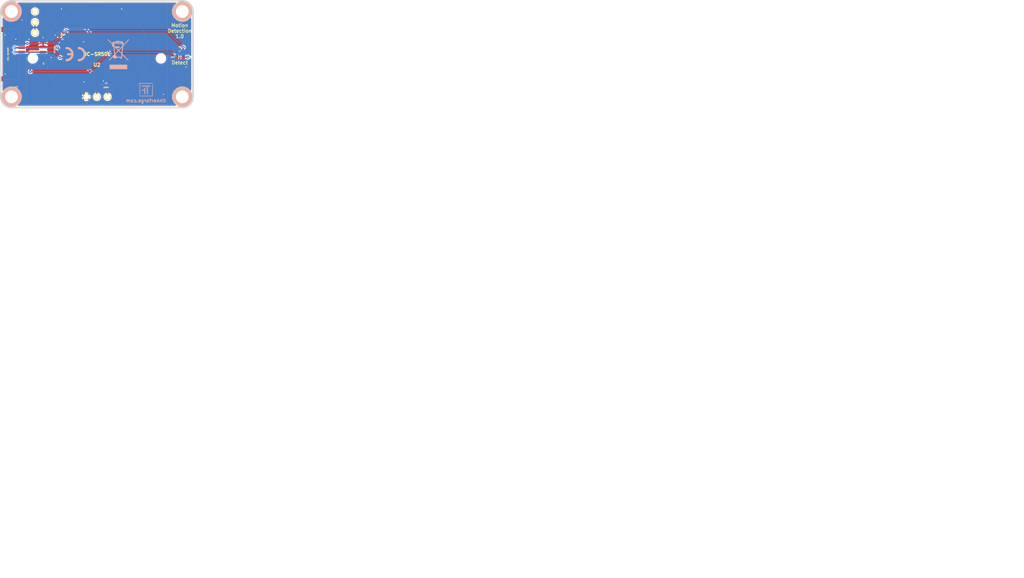
<source format=kicad_pcb>
(kicad_pcb (version 3) (host pcbnew "(2014-06-08 BZR 4933)-product")
  (title_block (title "Motion Detector Bricklet") (rev 1.0) (company "Tinkerforge GmbH") (comment 1 "Licensed under CERN OHL v.1.1") (comment 2 "Copyright (©) 2013, B.Nordmeyer <bastian@tinkerforge.com>"))
  (layers (15 Vorderseite signal) (0 Rückseite signal) (18 B.Paste user) (19 F.Paste user) (20 B.SilkS user) (21 F.SilkS user) (22 B.Mask user) (23 F.Mask user) (28 Edge.Cuts user))
  (net 0 "")
  (net 1 +5V)
  (net 2 GND)
  (net 3 N-0000010)
  (net 4 N-0000013)
  (net 5 N-0000014)
  (net 6 N-000002)
  (net 7 N-000003)
  (net 8 N-000007)
  (net 9 N-000009)
  (net 10 VCC)
  (module DRILL_NP (layer Vorderseite) (at 85.4 32.3)
    (fp_text reference U3 hide)
    (fp_text value DRILL hide)
    (pad "" thru_hole circle (at 0 0) (size 2.99974 2.99974) (drill 2.99974) (layers *.Cu *.SilkS *.Mask) (clearance 0.89916))
  )
  (module DRILL_NP (layer Vorderseite) (at 45.4 52.3)
    (fp_text reference U4 hide)
    (fp_text value DRILL hide)
    (pad "" thru_hole circle (at 0 0) (size 2.99974 2.99974) (drill 2.99974) (layers *.Cu *.SilkS *.Mask) (clearance 0.89916))
  )
  (module DRILL_NP (layer Vorderseite) (at 45.4 32.3)
    (fp_text reference U6 hide)
    (fp_text value DRILL hide)
    (pad "" thru_hole circle (at 0 0) (size 2.99974 2.99974) (drill 2.99974) (layers *.Cu *.SilkS *.Mask) (clearance 0.89916))
  )
  (module DRILL_NP (layer Vorderseite) (at 85.4 52.3)
    (fp_text reference U5 hide)
    (fp_text value DRILL hide)
    (pad "" thru_hole circle (at 0 0) (size 2.99974 2.99974) (drill 2.99974) (layers *.Cu *.SilkS *.Mask) (clearance 0.89916))
  )
  (module 0603 (layer Vorderseite) (at 67.6 50.1)
    (fp_text reference C2 (at 0 -1.00076) (layer F.SilkS) (effects (font (size 0.29972 0.29972) (thickness 0.0762))))
    (fp_text value 100nF (at 0 0) (layer F.SilkS) (effects (font (size 0.29972 0.29972) (thickness 0.0762))))
    (pad 1 smd rect (at -0.8001 0) (size 0.8001 0.8001) (layers Vorderseite F.Paste F.Mask) (net 2 GND))
    (pad 2 smd rect (at 0.8001 0) (size 0.8001 0.8001) (layers Vorderseite F.Paste F.Mask) (net 1 +5V))
  )
  (module 0603 (layer Vorderseite) (at 84.8 41.6)
    (fp_text reference R1 (at 0 -1.00076) (layer F.SilkS) (effects (font (size 0.29972 0.29972) (thickness 0.0762))))
    (fp_text value 1k (at 0 0) (layer F.SilkS) (effects (font (size 0.29972 0.29972) (thickness 0.0762))))
    (pad 1 smd rect (at -0.8001 0) (size 0.8001 0.8001) (layers Vorderseite F.Paste F.Mask) (net 3 N-0000010))
    (pad 2 smd rect (at 0.8001 0) (size 0.8001 0.8001) (layers Vorderseite F.Paste F.Mask) (net 10 VCC))
  )
  (module 0603 (layer Vorderseite) (at 57.4 37.8 180)
    (fp_text reference C1 (at 0 -1.00076 180) (layer F.SilkS) (effects (font (size 0.29972 0.29972) (thickness 0.0762))))
    (fp_text value 100nF (at 0 0 180) (layer F.SilkS) (effects (font (size 0.29972 0.29972) (thickness 0.0762))))
    (pad 1 smd rect (at -0.8001 0 180) (size 0.8001 0.8001) (layers Vorderseite F.Paste F.Mask) (net 10 VCC))
    (pad 2 smd rect (at 0.8001 0 180) (size 0.8001 0.8001) (layers Vorderseite F.Paste F.Mask) (net 2 GND))
  )
  (module D0603 (layer Vorderseite) (at 84.8 43)
    (fp_text reference D1 (at -1.82626 0.0254) (layer F.SilkS) (effects (font (size 0.29972 0.29972) (thickness 0.0762))))
    (fp_text value LED (at 0.07366 -0.0762) (layer F.SilkS) (effects (font (size 0.29972 0.29972) (thickness 0.0762))))
    (pad 1 smd rect (at -0.8001 0) (size 0.8001 0.8001) (layers Vorderseite F.Paste F.Mask) (net 3 N-0000010))
    (pad 2 smd rect (at 0.8001 0) (size 0.8001 0.8001) (layers Vorderseite F.Paste F.Mask) (net 9 N-000009))
  )
  (module WEEE_7mm (layer Rückseite) (at 70.4 42.3)
    (fp_text reference VAL hide)
    (fp_text value WEEE_7mm hide)
  )
  (module CE_5mm (layer Rückseite) (at 60.4 42.3 180)
    (fp_text reference VAL hide)
    (fp_text value CE_5mm hide)
  )
  (module Fiducial_Mark (layer Vorderseite) (at 50.4 52.3)
    (fp_text reference Fiducial_Mark hide)
    (fp_text value VAL** hide)
    (pad 1 smd circle (at 0 0) (size 1.00076 1.00076) (layers Vorderseite F.Mask) (clearance 0.65024))
  )
  (module Fiducial_Mark (layer Vorderseite) (at 80.4 32.3)
    (fp_text reference Fiducial_Mark hide)
    (fp_text value VAL** hide)
    (pad 1 smd circle (at 0 0) (size 1.00076 1.00076) (layers Vorderseite F.Mask) (clearance 0.65024))
  )
  (module Logo_31x31m (layer Rückseite) (at 75.35 49.05)
    (fp_text reference G*** hide)
    (fp_text value LOGO hide)
  )
  (module tinkerforge:SOIC8 (layer Vorderseite) (at 55.5 41.2 270)
    (fp_text reference U1 (at 3.29946 2.60096 270) (layer F.SilkS) (effects (font (size 0.29972 0.29972) (thickness 0.0762))))
    (fp_text value M24C64 (at 0 0 270) (layer F.SilkS) (effects (font (size 0.29972 0.29972) (thickness 0.0762))))
    (pad 1 smd rect (at -1.90246 2.69748 90) (size 0.59944 1.5494) (layers Vorderseite F.Paste F.Mask) (net 2 GND))
    (pad 2 smd rect (at -0.63246 2.69748 90) (size 0.59944 1.5494) (layers Vorderseite F.Paste F.Mask) (net 2 GND))
    (pad 3 smd rect (at 0.63246 2.69748 90) (size 0.59944 1.5494) (layers Vorderseite F.Paste F.Mask) (net 8 N-000007))
    (pad 4 smd rect (at 1.90246 2.69748 90) (size 0.59944 1.5494) (layers Vorderseite F.Paste F.Mask) (net 2 GND))
    (pad 5 smd rect (at 1.90246 -2.69748 270) (size 0.59944 1.5494) (layers Vorderseite F.Paste F.Mask) (net 5 N-0000014))
    (pad 6 smd rect (at 0.63246 -2.69748 270) (size 0.59944 1.5494) (layers Vorderseite F.Paste F.Mask) (net 4 N-0000013))
    (pad 7 smd rect (at -0.63246 -2.69748 270) (size 0.59944 1.5494) (layers Vorderseite F.Paste F.Mask))
    (pad 8 smd rect (at -1.90246 -2.69748 270) (size 0.59944 1.5494) (layers Vorderseite F.Paste F.Mask) (net 10 VCC))
  )
  (module tinkerforge:CON-SENSOR (layer Vorderseite) (at 43 42.3 270)
    (fp_text reference P1 (at 7.9502 -3.50012 270) (layer F.SilkS) (effects (font (size 0.59944 0.59944) (thickness 0.12446))))
    (fp_text value CON-SENSOR (at 0 -1.6002 270) (layer F.SilkS) (effects (font (size 0.29972 0.29972) (thickness 0.07112))))
    (pad 1 smd rect (at -4.50088 -4.7752 270) (size 0.59944 1.5494) (layers Vorderseite F.Paste F.Mask) (net 1 +5V))
    (pad 2 smd rect (at -3.50012 -4.7752 270) (size 0.59944 1.5494) (layers Vorderseite F.Paste F.Mask) (net 2 GND))
    (pad 3 smd rect (at -2.49936 -4.7752 270) (size 0.59944 1.5494) (layers Vorderseite F.Paste F.Mask) (net 10 VCC))
    (pad 4 smd rect (at -1.50114 -4.7752 270) (size 0.59944 1.5494) (layers Vorderseite F.Paste F.Mask) (net 4 N-0000013))
    (pad 5 smd rect (at -0.50038 -4.7752 270) (size 0.59944 1.5494) (layers Vorderseite F.Paste F.Mask) (net 5 N-0000014))
    (pad 6 smd rect (at 0.50038 -4.7752 270) (size 0.59944 1.5494) (layers Vorderseite F.Paste F.Mask) (net 8 N-000007))
    (pad 7 smd rect (at 1.50114 -4.7752 270) (size 0.59944 1.5494) (layers Vorderseite F.Paste F.Mask) (net 6 N-000002))
    (pad 8 smd rect (at 2.49936 -4.7752 270) (size 0.59944 1.5494) (layers Vorderseite F.Paste F.Mask) (net 9 N-000009))
    (pad 9 smd rect (at 3.50012 -4.7752 270) (size 0.59944 1.5494) (layers Vorderseite F.Paste F.Mask))
    (pad 10 smd rect (at 4.50088 -4.7752 270) (size 0.59944 1.5494) (layers Vorderseite F.Paste F.Mask))
    (pad EP smd rect (at -5.79882 -0.89916 270) (size 1.19888 1.80086) (layers Vorderseite F.Paste F.Mask) (net 2 GND))
    (pad EP smd rect (at 5.79882 -0.89916 270) (size 1.19888 1.80086) (layers Vorderseite F.Paste F.Mask) (net 2 GND))
  )
  (module tinkerforge:HC-SR501 (layer Vorderseite) (at 65.4 42.3)
    (fp_text reference U2 (at 0 2.5) (layer F.SilkS) (effects (font (size 0.8 0.8) (thickness 0.2))))
    (fp_text value HC-SR501 (at 0 0) (layer F.SilkS) (effects (font (size 0.8 0.8) (thickness 0.2))))
    (pad 1 thru_hole circle (at -14.5 -10) (size 1.5 1.5) (drill 0.9) (layers *.Cu *.Mask F.SilkS))
    (pad 2 thru_hole circle (at -14.5 -7.5) (size 1.5 1.5) (drill 0.9) (layers *.Cu *.Mask F.SilkS) (net 7 N-000003))
    (pad 3 thru_hole circle (at -14.5 -5) (size 1.5 1.5) (drill 0.9) (layers *.Cu *.Mask F.SilkS) (net 7 N-000003))
    (pad 4 thru_hole circle (at -2.5 10) (size 1.5 1.5) (drill 0.9) (layers *.Cu *.Mask F.SilkS) (net 2 GND))
    (pad 5 thru_hole circle (at 0 10) (size 1.5 1.5) (drill 0.9) (layers *.Cu *.Mask F.SilkS) (net 6 N-000002))
    (pad 6 thru_hole circle (at 2.5 10) (size 1.5 1.5) (drill 0.9) (layers *.Cu *.Mask F.SilkS) (net 1 +5V))
    (pad "" np_thru_hole circle (at 15 1) (size 2 2) (drill 2) (layers *.Cu *.Mask F.SilkS))
    (pad "" np_thru_hole circle (at -15 1) (size 2 2) (drill 2) (layers *.Cu *.Mask F.SilkS))
  )
  (gr_line (start 87.9 52.3) (end 87.9 32.3) (angle 90) (layer Edge.Cuts) (width 0.381))
  (gr_arc (start 85.4 52.3) (end 87.9 52.3) (angle 90) (layer Edge.Cuts) (width 0.381))
  (gr_arc (start 85.4 32.3) (end 85.4 29.8) (angle 90) (layer Edge.Cuts) (width 0.381))
  (gr_text Detect (at 84.8 44.3) (layer F.SilkS) (effects (font (size 0.8 0.8))))
  (gr_line (start 45.4 29.8) (end 85.3 29.8) (angle 90) (layer Edge.Cuts) (width 0.381))
  (gr_line (start 45.4 54.8) (end 85.3 54.8) (angle 90) (layer Edge.Cuts) (width 0.381))
  (gr_text "Motion\nDetection\n1.0" (at 84.8 36.85) (layer F.SilkS) (effects (font (size 0.8 0.8))))
  (gr_text tinkerforge.com (at 76.85 53.2) (layer B.SilkS) (effects (font (size 0.8 0.8)) (justify mirror)))
  (gr_line (start 42.9 32.3) (end 42.9 52.3) (angle 90) (layer Edge.Cuts) (width 0.381))
  (gr_arc (start 45.4 32.3) (end 42.9 32.3) (angle 90) (layer Edge.Cuts) (width 0.381))
  (gr_arc (start 45.4 52.3) (end 45.4 54.8) (angle 90) (layer Edge.Cuts) (width 0.381))
  (segment (start 47.7752 37.79912) (end 47.7752 37.6248) (width 0.29972) (layer Vorderseite) (net 1))
  (segment (start 68.4001 41.9001) (end 68.4001 50.1) (width 0.29972) (layer Vorderseite) (net 1))
  (segment (start 62.55 36.05) (end 68.4001 41.9001) (width 0.29972) (layer Vorderseite) (net 1))
  (segment (start 49.35 36.05) (end 62.55 36.05) (width 0.29972) (layer Vorderseite) (net 1))
  (segment (start 47.7752 37.6248) (end 49.35 36.05) (width 0.29972) (layer Vorderseite) (net 1))
  (segment (start 67.9 52.3) (end 67.9 51.2) (width 0.29972) (layer Vorderseite) (net 1))
  (segment (start 68.4001 50.6999) (end 68.4001 50.1) (width 0.29972) (layer Vorderseite) (net 1))
  (segment (start 67.9 51.2) (end 68.4001 50.6999) (width 0.29972) (layer Vorderseite) (net 1))
  (segment (start 52.80252 43.10246) (end 54.69754 43.10246) (width 0.29972) (layer Vorderseite) (net 2))
  (segment (start 62.1 39.6) (end 62.3 39.4) (width 0.29972) (layer Rückseite) (net 2))
  (via (at 62.3 39.4) (size 0.70104) (layers Vorderseite Rückseite) (net 2))
  (segment (start 56.5999 39.5999) (end 56.5999 37.8) (width 0.29972) (layer Vorderseite) (net 2))
  (via (at 56.6 39.6) (size 0.70104) (layers Vorderseite Rückseite) (net 2))
  (segment (start 56.5999 39.5999) (end 56.6 39.6) (width 0.29972) (layer Vorderseite) (net 2))
  (segment (start 56.6 39.6) (end 62.1 39.6) (width 0.29972) (layer Rückseite) (net 2))
  (segment (start 62.3 41.5) (end 62.3 39.4) (width 0.29972) (layer Rückseite) (net 2))
  (segment (start 59.6 44.2) (end 62.3 41.5) (width 0.29972) (layer Rückseite) (net 2))
  (segment (start 55.8 44.2) (end 59.6 44.2) (width 0.29972) (layer Rückseite) (net 2))
  (segment (start 54.7 43.1) (end 55.8 44.2) (width 0.29972) (layer Rückseite) (net 2))
  (via (at 54.7 43.1) (size 0.70104) (layers Vorderseite Rückseite) (net 2))
  (segment (start 54.69754 43.10246) (end 54.7 43.1) (width 0.29972) (layer Vorderseite) (net 2))
  (segment (start 81 50.4) (end 81 48) (width 0.29972) (layer Vorderseite) (net 2))
  (segment (start 74.3 34.8) (end 71.2 31.7) (width 0.29972) (layer Vorderseite) (net 2))
  (via (at 71.2 31.7) (size 0.70104) (layers Vorderseite Rückseite) (net 2))
  (segment (start 71.2 31.7) (end 57.1 31.7) (width 0.29972) (layer Rückseite) (net 2))
  (via (at 57.1 31.7) (size 0.70104) (layers Vorderseite Rückseite) (net 2))
  (segment (start 83.2 34.8) (end 74.3 34.8) (width 0.29972) (layer Vorderseite) (net 2))
  (segment (start 82.3 35.7) (end 83.2 34.8) (width 0.29972) (layer Vorderseite) (net 2))
  (segment (start 82.3 46.7) (end 82.3 35.7) (width 0.29972) (layer Vorderseite) (net 2))
  (segment (start 81 48) (end 82.3 46.7) (width 0.29972) (layer Vorderseite) (net 2))
  (segment (start 52.80252 40.56754) (end 52.80252 39.29754) (width 0.29972) (layer Vorderseite) (net 2))
  (segment (start 46.4 38.8) (end 46.4 35.8) (width 0.29972) (layer Vorderseite) (net 2))
  (via (at 47.9 34.3) (size 0.70104) (layers Vorderseite Rückseite) (net 2))
  (segment (start 46.4 35.8) (end 47.9 34.3) (width 0.29972) (layer Vorderseite) (net 2))
  (segment (start 81 51.7) (end 81 50.4) (width 0.29972) (layer Vorderseite) (net 2))
  (segment (start 81 51.7) (end 81 50.6) (width 0.29972) (layer Vorderseite) (net 2))
  (segment (start 77.9 48.6) (end 81 51.7) (width 0.29972) (layer Rückseite) (net 2))
  (via (at 81 51.7) (size 0.70104) (layers Vorderseite Rückseite) (net 2))
  (segment (start 66.9 48.6) (end 77.9 48.6) (width 0.29972) (layer Rückseite) (net 2))
  (via (at 86.3 45.3) (size 0.70104) (layers Vorderseite Rückseite) (net 2))
  (segment (start 81 50.6) (end 86.3 45.3) (width 0.29972) (layer Vorderseite) (net 2))
  (segment (start 62.9 52.3) (end 51.9 52.3) (width 0.29972) (layer Rückseite) (net 2))
  (segment (start 51.9 52.3) (end 46.5 46.9) (width 0.29972) (layer Rückseite) (net 2))
  (segment (start 46.5 46.9) (end 43.9 46.9) (width 0.29972) (layer Rückseite) (net 2))
  (segment (start 43.9 37.8) (end 43.9 46.9) (width 0.29972) (layer Rückseite) (net 2))
  (segment (start 43.89916 46.90084) (end 43.89916 48.09882) (width 0.29972) (layer Vorderseite) (net 2))
  (segment (start 43.9 46.9) (end 43.89916 46.90084) (width 0.29972) (layer Vorderseite) (net 2))
  (via (at 43.9 46.9) (size 0.70104) (layers Vorderseite Rückseite) (net 2))
  (segment (start 47.7752 38.79988) (end 46.40012 38.79988) (width 0.29972) (layer Vorderseite) (net 2))
  (segment (start 43.89916 37.79916) (end 43.89916 36.50118) (width 0.29972) (layer Vorderseite) (net 2))
  (segment (start 43.9 37.8) (end 43.89916 37.79916) (width 0.29972) (layer Vorderseite) (net 2))
  (via (at 43.9 37.8) (size 0.70104) (layers Vorderseite Rückseite) (net 2))
  (segment (start 45.4 37.8) (end 43.9 37.8) (width 0.29972) (layer Rückseite) (net 2))
  (segment (start 46.4 38.8) (end 45.4 37.8) (width 0.29972) (layer Rückseite) (net 2))
  (via (at 46.4 38.8) (size 0.70104) (layers Vorderseite Rückseite) (net 2))
  (segment (start 46.40012 38.79988) (end 46.4 38.8) (width 0.29972) (layer Vorderseite) (net 2))
  (segment (start 52.8 38.4) (end 52.6 38.4) (width 0.29972) (layer Rückseite) (net 2))
  (segment (start 49.49988 38.79988) (end 47.7752 38.79988) (width 0.29972) (layer Vorderseite) (net 2))
  (segment (start 49.5 38.8) (end 49.49988 38.79988) (width 0.29972) (layer Vorderseite) (net 2))
  (via (at 49.5 38.8) (size 0.70104) (layers Vorderseite Rückseite) (net 2))
  (segment (start 52.2 38.8) (end 49.5 38.8) (width 0.29972) (layer Rückseite) (net 2))
  (segment (start 52.6 38.4) (end 52.2 38.8) (width 0.29972) (layer Rückseite) (net 2))
  (segment (start 52.80252 39.29754) (end 52.80252 38.40252) (width 0.29972) (layer Vorderseite) (net 2))
  (segment (start 55.6 37.8) (end 56.5999 37.8) (width 0.29972) (layer Vorderseite) (net 2))
  (via (at 55.6 37.8) (size 0.70104) (layers Vorderseite Rückseite) (net 2))
  (segment (start 53.4 37.8) (end 55.6 37.8) (width 0.29972) (layer Rückseite) (net 2))
  (segment (start 52.8 38.4) (end 53.4 37.8) (width 0.29972) (layer Rückseite) (net 2))
  (via (at 52.8 38.4) (size 0.70104) (layers Vorderseite Rückseite) (net 2))
  (segment (start 52.80252 38.40252) (end 52.8 38.4) (width 0.29972) (layer Vorderseite) (net 2))
  (segment (start 66.7999 50.1) (end 66.7999 48.7001) (width 0.29972) (layer Vorderseite) (net 2))
  (segment (start 62.3999 48.8001) (end 62.3999 50.1) (width 0.29972) (layer Vorderseite) (net 2))
  (segment (start 62.4 48.8) (end 62.3999 48.8001) (width 0.29972) (layer Vorderseite) (net 2))
  (via (at 62.4 48.8) (size 0.70104) (layers Vorderseite Rückseite) (net 2))
  (segment (start 66.7 48.8) (end 62.4 48.8) (width 0.29972) (layer Rückseite) (net 2))
  (segment (start 66.9 48.6) (end 66.7 48.8) (width 0.29972) (layer Rückseite) (net 2))
  (via (at 66.9 48.6) (size 0.70104) (layers Vorderseite Rückseite) (net 2))
  (segment (start 66.7999 48.7001) (end 66.9 48.6) (width 0.29972) (layer Vorderseite) (net 2))
  (segment (start 62.3999 50.1) (end 62.3999 51.7999) (width 0.29972) (layer Vorderseite) (net 2))
  (segment (start 62.3999 51.7999) (end 62.9 52.3) (width 0.29972) (layer Vorderseite) (net 2))
  (segment (start 83.9999 43) (end 83.9999 41.6) (width 0.29972) (layer Vorderseite) (net 3))
  (segment (start 58.19748 41.83246) (end 57.23246 41.83246) (width 0.29972) (layer Vorderseite) (net 4))
  (segment (start 46.20114 40.79886) (end 47.7752 40.79886) (width 0.29972) (layer Vorderseite) (net 4))
  (segment (start 46.2 40.8) (end 46.20114 40.79886) (width 0.29972) (layer Vorderseite) (net 4))
  (via (at 46.2 40.8) (size 0.70104) (layers Vorderseite Rückseite) (net 4))
  (segment (start 56.2 40.8) (end 46.2 40.8) (width 0.29972) (layer Rückseite) (net 4))
  (via (at 56.2 40.8) (size 0.70104) (layers Vorderseite Rückseite) (net 4))
  (segment (start 57.23246 41.83246) (end 56.2 40.8) (width 0.29972) (layer Vorderseite) (net 4))
  (segment (start 58.19748 43.10246) (end 56.80246 43.10246) (width 0.29972) (layer Vorderseite) (net 5))
  (segment (start 46.20038 41.79962) (end 47.7752 41.79962) (width 0.29972) (layer Vorderseite) (net 5))
  (segment (start 46.2 41.8) (end 46.20038 41.79962) (width 0.29972) (layer Vorderseite) (net 5))
  (via (at 46.2 41.8) (size 0.70104) (layers Vorderseite Rückseite) (net 5))
  (segment (start 55.5 41.8) (end 46.2 41.8) (width 0.29972) (layer Rückseite) (net 5))
  (segment (start 56.8 43.1) (end 55.5 41.8) (width 0.29972) (layer Rückseite) (net 5))
  (via (at 56.8 43.1) (size 0.70104) (layers Vorderseite Rückseite) (net 5))
  (segment (start 56.80246 43.10246) (end 56.8 43.1) (width 0.29972) (layer Vorderseite) (net 5))
  (segment (start 47.7752 43.80114) (end 48.65114 43.80114) (width 0.29972) (layer Vorderseite) (net 6))
  (segment (start 65.4 47.85) (end 65.4 52.3) (width 0.29972) (layer Vorderseite) (net 6))
  (segment (start 62.75 45.2) (end 65.4 47.85) (width 0.29972) (layer Vorderseite) (net 6))
  (segment (start 50.05 45.2) (end 62.75 45.2) (width 0.29972) (layer Vorderseite) (net 6))
  (segment (start 48.65114 43.80114) (end 50.05 45.2) (width 0.29972) (layer Vorderseite) (net 6))
  (segment (start 50.9 37.3) (end 50.9 34.8) (width 0.29972) (layer Rückseite) (net 7))
  (segment (start 52.80252 41.83246) (end 49.76754 41.83246) (width 0.29972) (layer Vorderseite) (net 8))
  (segment (start 48.79962 42.80038) (end 47.7752 42.80038) (width 0.29972) (layer Vorderseite) (net 8))
  (segment (start 49.76754 41.83246) (end 48.79962 42.80038) (width 0.29972) (layer Vorderseite) (net 8))
  (segment (start 49.8 46.4) (end 63.7 46.4) (width 0.29972) (layer Rückseite) (net 9))
  (segment (start 63.7 46.4) (end 64.8 45.3) (width 0.29972) (layer Rückseite) (net 9))
  (segment (start 47.7752 44.79936) (end 48.69936 44.79936) (width 0.29972) (layer Vorderseite) (net 9))
  (via (at 49.8 46.4) (size 0.70104) (layers Vorderseite Rückseite) (net 9))
  (segment (start 49.8 45.9) (end 49.8 46.4) (width 0.29972) (layer Vorderseite) (net 9))
  (segment (start 48.69936 44.79936) (end 49.8 45.9) (width 0.29972) (layer Vorderseite) (net 9))
  (segment (start 86.7 43) (end 83.9 43) (width 0.29972) (layer Rückseite) (net 9))
  (segment (start 64.8 45.3) (end 67.1 43) (width 0.29972) (layer Rückseite) (net 9))
  (via (at 86.7 43) (size 0.70104) (layers Vorderseite Rückseite) (net 9))
  (segment (start 86.7 43) (end 85.6001 43) (width 0.29972) (layer Vorderseite) (net 9))
  (segment (start 83.9 43) (end 82.8 41.9) (width 0.29972) (layer Rückseite) (net 9))
  (segment (start 82.8 41.9) (end 68.2 41.9) (width 0.29972) (layer Rückseite) (net 9))
  (segment (start 68.2 41.9) (end 67.1 43) (width 0.29972) (layer Rückseite) (net 9))
  (segment (start 85.6001 41.6) (end 85.6001 40.7001) (width 0.29972) (layer Vorderseite) (net 10))
  (segment (start 81.7 36.8) (end 58.2 36.8) (width 0.29972) (layer Rückseite) (net 10))
  (segment (start 85.6 40.7) (end 81.7 36.8) (width 0.29972) (layer Rückseite) (net 10))
  (via (at 85.6 40.7) (size 0.70104) (layers Vorderseite Rückseite) (net 10))
  (segment (start 85.6001 40.7001) (end 85.6 40.7) (width 0.29972) (layer Vorderseite) (net 10))
  (segment (start 58.2001 36.8001) (end 58.2 36.8) (width 0.29972) (layer Vorderseite) (net 10))
  (via (at 58.2 36.8) (size 0.70104) (layers Vorderseite Rückseite) (net 10))
  (segment (start 58.2 36.8) (end 55.2 39.8) (width 0.29972) (layer Rückseite) (net 10))
  (segment (start 55.2 39.8) (end 49.1 39.8) (width 0.29972) (layer Rückseite) (net 10))
  (via (at 49.1 39.8) (size 0.70104) (layers Vorderseite Rückseite) (net 10))
  (segment (start 49.1 39.8) (end 49.09936 39.80064) (width 0.29972) (layer Vorderseite) (net 10))
  (segment (start 58.2001 37.8) (end 58.2001 36.8001) (width 0.29972) (layer Vorderseite) (net 10))
  (segment (start 49.09936 39.80064) (end 47.7752 39.80064) (width 0.29972) (layer Vorderseite) (net 10))
  (segment (start 58.19748 39.29754) (end 58.19748 37.80262) (width 0.29972) (layer Vorderseite) (net 10))
  (segment (start 58.19748 37.80262) (end 58.2001 37.8) (width 0.29972) (layer Vorderseite) (net 10))
  (zone (net 2) (net_name GND) (layer Rückseite) (connect_pads (clearance 0.24892)) (min_thickness 0.24892) (fill (arc_segments 16) (thermal_gap 0.29972) (thermal_bridge_width 0.29972))
    (polygon (pts (xy 42.9 29.8) (xy 87.8 29.8) (xy 87.8 54.8) (xy 42.9 54.8)))
  )
  (zone (net 2) (net_name GND) (layer Vorderseite) (connect_pads (clearance 0.24892)) (min_thickness 0.24892) (fill (arc_segments 16) (thermal_gap 0.29972) (thermal_bridge_width 0.29972))
    (polygon (pts (xy 42.9 54.8) (xy 87.8 54.8) (xy 87.8 29.8) (xy 42.9 29.8)))
  )
)
</source>
